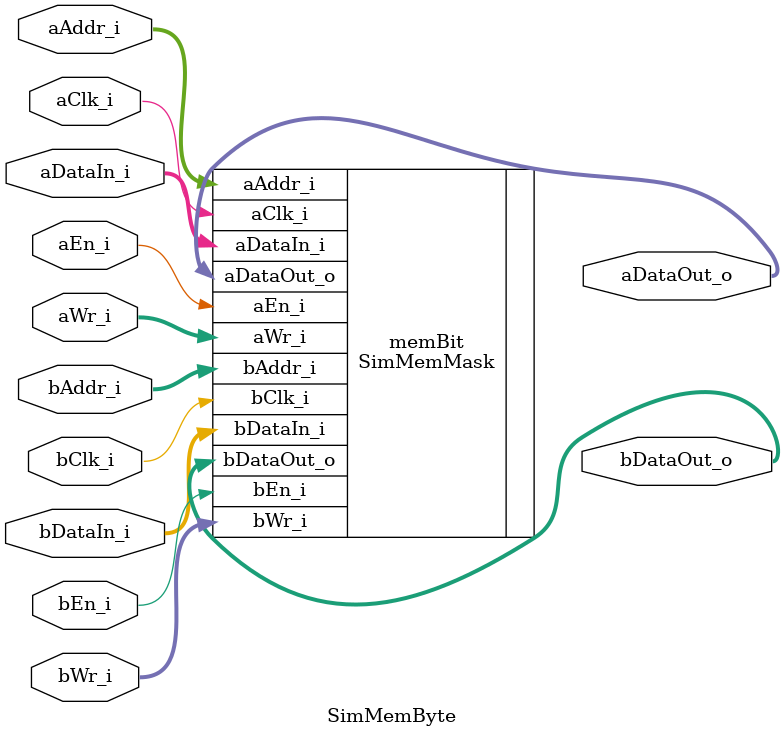
<source format=sv>

`default_nettype none

module SimMemByte #(
    parameter unsigned WIDTH = 16,
    parameter unsigned LENGTH = 32,
    parameter unsigned DELAY = 1
) (
    input   wire logic                      aClk_i,
    input   wire logic [$clog2(LENGTH)-1:0] aAddr_i,
    input   wire logic [WIDTH-1:0]          aDataIn_i,
    output  wire logic [WIDTH-1:0]          aDataOut_o,
    input   wire logic                      aEn_i,
    input   wire logic [((WIDTH+7)/8)-1:0]  aWr_i,

    input   wire logic                      bClk_i,
    input   wire logic [$clog2(LENGTH)-1:0] bAddr_i,
    input   wire logic [WIDTH-1:0]          bDataIn_i,
    output  wire logic [WIDTH-1:0]          bDataOut_o,
    input   wire logic                      bEn_i,
    input   wire logic [((WIDTH+7)/8)-1:0]  bWr_i
);

SimMemMask #(
    .WIDTH      (WIDTH),
    .LENGTH     (LENGTH),
    .MASK       ((WIDTH+7)/8)
) memBit (
    .aClk_i     (aClk_i),
    .aAddr_i    (aAddr_i),
    .aDataIn_i  (aDataIn_i),
    .aDataOut_o (aDataOut_o),
    .aEn_i      (aEn_i),
    .aWr_i      (aWr_i),

    .bClk_i     (bClk_i),
    .bAddr_i    (bAddr_i),
    .bDataIn_i  (bDataIn_i),
    .bDataOut_o (bDataOut_o),
    .bEn_i      (bEn_i),
    .bWr_i      (bWr_i)
);

endmodule
</source>
